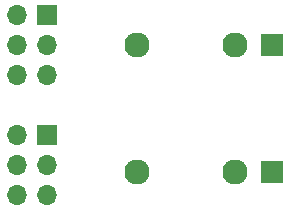
<source format=gtl>
G04 #@! TF.GenerationSoftware,KiCad,Pcbnew,(5.1.2-1)-1*
G04 #@! TF.CreationDate,2020-04-21T23:38:16-04:00*
G04 #@! TF.ProjectId,thonkiconn_breadboard_adapter_v3,74686f6e-6b69-4636-9f6e-6e5f62726561,rev?*
G04 #@! TF.SameCoordinates,Original*
G04 #@! TF.FileFunction,Copper,L1,Top*
G04 #@! TF.FilePolarity,Positive*
%FSLAX46Y46*%
G04 Gerber Fmt 4.6, Leading zero omitted, Abs format (unit mm)*
G04 Created by KiCad (PCBNEW (5.1.2-1)-1) date 2020-04-21 23:38:16*
%MOMM*%
%LPD*%
G04 APERTURE LIST*
%ADD10C,2.130000*%
%ADD11R,1.830000X1.930000*%
%ADD12O,1.700000X1.700000*%
%ADD13R,1.700000X1.700000*%
G04 APERTURE END LIST*
D10*
X149255000Y-81915000D03*
D11*
X160655000Y-81915000D03*
D10*
X157555000Y-81915000D03*
X149255000Y-71120000D03*
D11*
X160655000Y-71120000D03*
D10*
X157555000Y-71120000D03*
D12*
X139065000Y-83820000D03*
X141605000Y-83820000D03*
X139065000Y-81280000D03*
X141605000Y-81280000D03*
X139065000Y-78740000D03*
D13*
X141605000Y-78740000D03*
D12*
X139065000Y-73660000D03*
X141605000Y-73660000D03*
X139065000Y-71120000D03*
X141605000Y-71120000D03*
X139065000Y-68580000D03*
D13*
X141605000Y-68580000D03*
M02*

</source>
